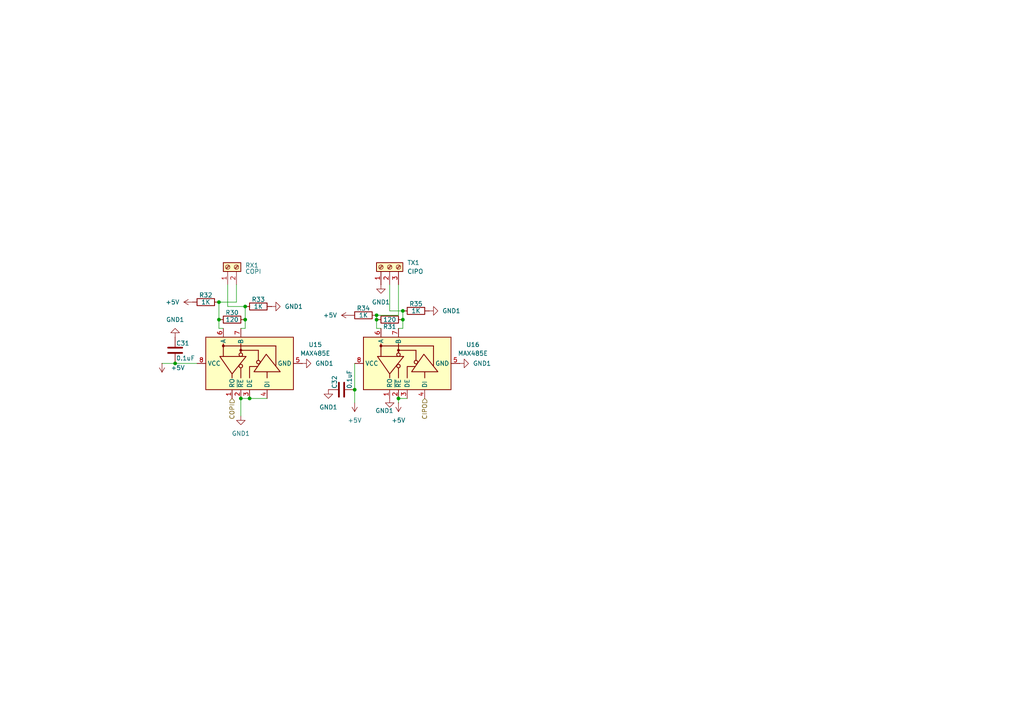
<source format=kicad_sch>
(kicad_sch (version 20250114) (generator "eeschema") (generator_version "9.0")
  (paper "A4")
  (lib_symbols
    (symbol "Connector:Screw_Terminal_01x02" (pin_names (offset 1.016) (hide yes))
      (property "Reference" "J" (at 0 2.54 0))
      (property "Value" "Screw_Terminal_01x02" (at 0 -5.08 0))
      (symbol "Screw_Terminal_01x02_1_1"
        (rectangle (start -1.27 1.27) (end 1.27 -3.81) (stroke (width 0.254)) (fill (type background)))
        (polyline (pts (xy -0.5334 0.3302) (xy 0.3302 -0.508)) (stroke (width 0.1524)))
        (polyline (pts (xy -0.5334 -2.2098) (xy 0.3302 -3.048)) (stroke (width 0.1524)))
        (polyline (pts (xy -0.3556 0.508) (xy 0.508 -0.3302)) (stroke (width 0.1524)))
        (polyline (pts (xy -0.3556 -2.032) (xy 0.508 -2.8702)) (stroke (width 0.1524)))
        (circle (center 0 0) (radius 0.635) (stroke (width 0.1524)))
        (circle (center 0 -2.54) (radius 0.635) (stroke (width 0.1524)))
        (pin passive line (at -5.08 0 0) (length 3.81) (name "Pin_1") (number "1"))
        (pin passive line (at -5.08 -2.54 0) (length 3.81) (name "Pin_2") (number "2"))
      )
    )
    (symbol "Connector:Screw_Terminal_01x03" (pin_names (offset 1.016) (hide yes))
      (property "Reference" "J" (at 0 5.08 0))
      (property "Value" "Screw_Terminal_01x03" (at 0 -5.08 0))
      (symbol "Screw_Terminal_01x03_1_1"
        (rectangle (start -1.27 3.81) (end 1.27 -3.81) (stroke (width 0.254)) (fill (type background)))
        (polyline (pts (xy -0.5334 2.8702) (xy 0.3302 2.032)) (stroke (width 0.1524)))
        (polyline (pts (xy -0.5334 0.3302) (xy 0.3302 -0.508)) (stroke (width 0.1524)))
        (polyline (pts (xy -0.5334 -2.2098) (xy 0.3302 -3.048)) (stroke (width 0.1524)))
        (polyline (pts (xy -0.3556 3.048) (xy 0.508 2.2098)) (stroke (width 0.1524)))
        (polyline (pts (xy -0.3556 0.508) (xy 0.508 -0.3302)) (stroke (width 0.1524)))
        (polyline (pts (xy -0.3556 -2.032) (xy 0.508 -2.8702)) (stroke (width 0.1524)))
        (circle (center 0 2.54) (radius 0.635) (stroke (width 0.1524)))
        (circle (center 0 0) (radius 0.635) (stroke (width 0.1524)))
        (circle (center 0 -2.54) (radius 0.635) (stroke (width 0.1524)))
        (pin passive line (at -5.08 2.54 0) (length 3.81) (name "Pin_1") (number "1"))
        (pin passive line (at -5.08 0 0) (length 3.81) (name "Pin_2") (number "2"))
        (pin passive line (at -5.08 -2.54 0) (length 3.81) (name "Pin_3") (number "3"))
      )
    )
    (symbol "Device:C" (pin_numbers (hide yes)) (pin_names (offset 0.254))
      (property "Reference" "C" (at 0.635 2.54 0))
      (property "Value" "C" (at 0.635 -2.54 0))
      (symbol "C_0_1"
        (polyline (pts (xy -2.032 0.762) (xy 2.032 0.762)) (stroke (width 0.508)))
        (polyline (pts (xy -2.032 -0.762) (xy 2.032 -0.762)) (stroke (width 0.508)))
      )
      (symbol "C_1_1"
        (pin passive line (at 0 3.81 270) (length 2.794) (name "~") (number "1"))
        (pin passive line (at 0 -3.81 90) (length 2.794) (name "~") (number "2"))
      )
    )
    (symbol "Device:R" (pin_numbers (hide yes)) (pin_names (offset 0))
      (property "Reference" "R" (at 2.032 0 90))
      (property "Value" "R" (at 0 0 90))
      (symbol "R_0_1"
        (rectangle (start -1.016 -2.54) (end 1.016 2.54) (stroke (width 0.254)))
      )
      (symbol "R_1_1"
        (pin passive line (at 0 3.81 270) (length 1.27) (name "~") (number "1"))
        (pin passive line (at 0 -3.81 90) (length 1.27) (name "~") (number "2"))
      )
    )
    (symbol "Interface_UART:MAX485E"
      (property "Reference" "U" (at -6.985 13.97 0))
      (property "Value" "MAX485E" (at 1.905 13.97 0))
      (symbol "MAX485E_0_1"
        (rectangle (start -7.62 12.7) (end 7.62 -12.7) (stroke (width 0.254)) (fill (type background)))
        (polyline (pts (xy -4.191 2.54) (xy -1.27 2.54)) (stroke (width 0.254)))
        (polyline (pts (xy -4.191 0) (xy -0.889 0) (xy -0.889 -2.286)) (stroke (width 0.254)))
        (polyline (pts (xy -3.175 5.08) (xy -4.191 5.08) (xy -4.064 5.08)) (stroke (width 0.254)))
        (polyline (pts (xy -2.54 -5.08) (xy -4.191 -5.08)) (stroke (width 0.254)))
        (polyline (pts (xy -2.413 -5.08) (xy -2.413 -1.27) (xy 2.667 -4.826) (xy -2.413 -8.89) (xy -2.413 -5.08)) (stroke (width 0.254)))
        (polyline (pts (xy -0.635 -7.62) (xy 5.08 -7.62)) (stroke (width 0.254)))
        (circle (center 0.381 -2.54) (radius 0.508) (stroke (width 0.254)))
        (polyline (pts (xy 0.889 -2.54) (xy 3.81 -2.54)) (stroke (width 0.254)))
        (polyline (pts (xy 2.032 7.62) (xy 5.715 7.62)) (stroke (width 0.254)))
        (polyline (pts (xy 3.048 2.54) (xy 5.715 2.54)) (stroke (width 0.254)))
        (circle (center 3.81 2.54) (radius 0.2794) (stroke (width 0.254)) (fill (type outline)))
        (polyline (pts (xy 3.81 -2.54) (xy 3.81 2.54)) (stroke (width 0.254)))
        (polyline (pts (xy 5.08 -7.62) (xy 5.08 7.62)) (stroke (width 0.254)))
      )
      (symbol "MAX485E_1_1"
        (circle (center -0.762 2.54) (radius 0.508) (stroke (width 0.254)))
        (polyline (pts (xy 2.032 4.826) (xy 2.032 8.636) (xy -3.048 5.08) (xy 2.032 1.016) (xy 2.032 4.826)) (stroke (width 0.254)))
        (circle (center 2.54 2.54) (radius 0.508) (stroke (width 0.254)))
        (circle (center 5.08 7.62) (radius 0.2794) (stroke (width 0.254)) (fill (type outline)))
        (pin output line (at -10.16 5.08 0) (length 2.54) (name "RO") (number "1"))
        (pin input line (at -10.16 2.54 0) (length 2.54) (name "~{RE}") (number "2"))
        (pin input line (at -10.16 0 0) (length 2.54) (name "DE") (number "3"))
        (pin input line (at -10.16 -5.08 0) (length 2.54) (name "DI") (number "4"))
        (pin power_in line (at 0 15.24 270) (length 2.54) (name "VCC") (number "8"))
        (pin power_in line (at 0 -15.24 90) (length 2.54) (name "GND") (number "5"))
        (pin bidirectional line (at 10.16 7.62 180) (length 2.54) (name "A") (number "6"))
        (pin bidirectional line (at 10.16 2.54 180) (length 2.54) (name "B") (number "7"))
      )
    )
    (symbol "power:+5V" (power) (pin_numbers (hide yes)) (pin_names (offset 0) (hide yes))
      (property "Value" "+5V" (at 0 3.556 0))
      (symbol "+5V_0_1"
        (polyline (pts (xy -0.762 1.27) (xy 0 2.54)))
        (polyline (pts (xy 0 2.54) (xy 0.762 1.27)))
        (polyline (pts (xy 0 0) (xy 0 2.54)))
      )
      (symbol "+5V_1_1"
        (pin power_in line (at 0 0 90) (length 0) (name "~") (number "1"))
      )
    )
    (symbol "power:GND1" (power) (pin_numbers (hide yes)) (pin_names (offset 0) (hide yes))
      (property "Value" "GND1" (at 0 -3.81 0))
      (symbol "GND1_0_1"
        (polyline (pts (xy 0 0) (xy 0 -1.27) (xy 1.27 -1.27) (xy 0 -2.54) (xy -1.27 -1.27) (xy 0 -1.27)))
      )
      (symbol "GND1_1_1"
        (pin power_in line (at 0 0 270) (length 0) (name "~") (number "1"))
      )
    )
  )
  (junction (at 116.84 92.71))
  (junction (at 102.87 113.03))
  (junction (at 109.22 91.44))
  (junction (at 109.22 92.71))
  (junction (at 50.8 105.41))
  (junction (at 71.12 92.71))
  (junction (at 63.5 92.71))
  (junction (at 71.12 88.9))
  (junction (at 72.39 115.57))
  (junction (at 69.85 115.57))
  (junction (at 116.84 90.17))
  (junction (at 63.5 87.63))
  (junction (at 115.57 115.57))
  (wire (pts (xy 69.85 115.57) (xy 72.39 115.57)))
  (wire (pts (xy 71.12 92.71) (xy 71.12 95.25)))
  (wire (pts (xy 63.5 87.63) (xy 68.58 87.63)))
  (wire (pts (xy 50.8 105.41) (xy 57.15 105.41)))
  (wire (pts (xy 109.22 91.44) (xy 115.57 91.44)))
  (wire (pts (xy 116.84 92.71) (xy 116.84 95.25)))
  (wire (pts (xy 115.57 115.57) (xy 118.11 115.57)))
  (wire (pts (xy 68.58 87.63) (xy 68.58 82.55)))
  (wire (pts (xy 71.12 88.9) (xy 66.04 88.9)))
  (wire (pts (xy 109.22 92.71) (xy 109.22 95.25)))
  (wire (pts (xy 71.12 92.71) (xy 71.12 88.9)))
  (wire (pts (xy 116.84 90.17) (xy 113.03 90.17)))
  (wire (pts (xy 110.49 95.25) (xy 109.22 95.25)))
  (wire (pts (xy 69.85 115.57) (xy 69.85 120.65)))
  (wire (pts (xy 115.57 116.84) (xy 115.57 115.57)))
  (wire (pts (xy 71.12 95.25) (xy 69.85 95.25)))
  (wire (pts (xy 63.5 92.71) (xy 63.5 95.25)))
  (wire (pts (xy 115.57 91.44) (xy 115.57 82.55)))
  (wire (pts (xy 109.22 92.71) (xy 109.22 91.44)))
  (wire (pts (xy 63.5 92.71) (xy 63.5 87.63)))
  (wire (pts (xy 63.5 95.25) (xy 64.77 95.25)))
  (wire (pts (xy 102.87 113.03) (xy 102.87 105.41)))
  (wire (pts (xy 116.84 92.71) (xy 116.84 90.17)))
  (wire (pts (xy 72.39 115.57) (xy 77.47 115.57)))
  (wire (pts (xy 116.84 95.25) (xy 115.57 95.25)))
  (wire (pts (xy 102.87 116.84) (xy 102.87 113.03)))
  (wire (pts (xy 46.99 105.41) (xy 50.8 105.41)))
  (wire (pts (xy 113.03 90.17) (xy 113.03 82.55)))
  (wire (pts (xy 66.04 88.9) (xy 66.04 82.55)))
  (hierarchical_label "CIPO" (shape input) (at 123.19 115.57 270))
  (hierarchical_label "COPI" (shape input) (at 67.31 115.57 270))
  (symbol (lib_id "Connector:Screw_Terminal_01x02") (at 66.04 77.47 90) (unit 1)
    (property "Reference" "RX1" (at 71.12 76.962 90) (effects (justify right)))
    (property "Value" "COPI" (at 71.12 78.7399 90) (effects (justify right)))
    (property "Footprint" "TerminalBlock:TerminalBlock_bornier-2_P5.08mm" (effects (hide yes)))
    (property "Description" "Generic screw terminal, single row, 01x02, script generated (kicad-library-utils/schlib/autogen/connector/)" (effects (hide yes)))
  )
  (symbol (lib_id "power:GND1") (at 78.74 88.9 90) (unit 1)
    (property "Reference" "#PWR028" (effects (hide yes)))
    (property "Value" "GND1" (at 82.55 88.8999 90) (effects (justify right)))
    (property "Description" "Power symbol creates a global label with name \"GND1\" , ground" (effects (hide yes)))
  )
  (symbol (lib_id "power:GND1") (at 50.8 97.79 180) (unit 1)
    (property "Reference" "#PWR027" (effects (hide yes)))
    (property "Value" "GND1" (at 50.8 92.71 0))
    (property "Description" "Power symbol creates a global label with name \"GND1\" , ground" (effects (hide yes)))
  )
  (symbol (lib_id "power:+5V") (at 55.88 87.63 90) (unit 1)
    (property "Reference" "#PWR0109" (effects (hide yes)))
    (property "Value" "+5V" (at 52.07 87.6299 90) (effects (justify left)))
    (property "Description" "Power symbol creates a global label with name \"+5V\"" (effects (hide yes)))
  )
  (symbol (lib_id "Connector:Screw_Terminal_01x03") (at 113.03 77.47 90) (unit 1)
    (property "Reference" "TX1" (at 118.11 76.1999 90) (effects (justify right)))
    (property "Value" "CIPO" (at 118.11 78.7399 90) (effects (justify right)))
    (property "Footprint" "TerminalBlock:TerminalBlock_bornier-3_P5.08mm" (effects (hide yes)))
    (property "Description" "Generic screw terminal, single row, 01x03, script generated (kicad-library-utils/schlib/autogen/connector/)" (effects (hide yes)))
  )
  (symbol (lib_id "power:+5V") (at 101.6 91.44 90) (unit 1)
    (property "Reference" "#PWR0110" (effects (hide yes)))
    (property "Value" "+5V" (at 97.79 91.4399 90) (effects (justify left)))
    (property "Description" "Power symbol creates a global label with name \"+5V\"" (effects (hide yes)))
  )
  (symbol (lib_id "Device:C") (at 99.06 113.03 90) (unit 1)
    (property "Reference" "C32" (at 97.028 112.776 0) (effects (justify left)))
    (property "Value" "0.1uF" (at 101.346 112.776 0) (effects (justify left)))
    (property "Footprint" "Capacitor_SMD:C_0603_1608Metric_Pad1.08x0.95mm_HandSolder" (effects (hide yes)))
    (property "Description" "Unpolarized capacitor" (effects (hide yes)))
  )
  (symbol (lib_id "Device:C") (at 50.8 101.6 0) (unit 1)
    (property "Reference" "C31" (at 51.054 99.568 0) (effects (justify left)))
    (property "Value" "0.1uF" (at 51.054 103.886 0) (effects (justify left)))
    (property "Footprint" "Capacitor_SMD:C_0603_1608Metric_Pad1.08x0.95mm_HandSolder" (effects (hide yes)))
    (property "Description" "Unpolarized capacitor" (effects (hide yes)))
  )
  (symbol (lib_id "Device:R") (at 59.69 87.63 90) (unit 1)
    (property "Reference" "R32" (at 59.69 85.598 90))
    (property "Value" "1K" (at 59.69 87.63 90))
    (property "Footprint" "Resistor_SMD:R_0603_1608Metric_Pad0.98x0.95mm_HandSolder" (effects (hide yes)))
    (property "Description" "Resistor" (effects (hide yes)))
  )
  (symbol (lib_id "Interface_UART:MAX485E") (at 118.11 105.41 90) (unit 1)
    (property "Reference" "U16" (at 137.16 99.9646 90))
    (property "Value" "MAX485E" (at 137.16 102.5046 90))
    (property "Footprint" "Package_SO:SOIC-8_3.9x4.9mm_P1.27mm" (effects (hide yes)))
    (property "Datasheet" "https://datasheets.maximintegrated.com/en/ds/MAX1487E-MAX491E.pdf" (effects (hide yes)))
    (property "Description" "Half duplex RS-485/RS-422, 2.5 Mbps, ±15kV electro-static discharge (ESD) protection, no slew-rate, no low-power shutdown, with receiver/driver enable, 32 receiver drive capability, DIP-8 and SOIC-8" (effects (hide yes)))
  )
  (symbol (lib_id "Interface_UART:MAX485E") (at 72.39 105.41 90) (unit 1)
    (property "Reference" "U15" (at 91.44 99.9646 90))
    (property "Value" "MAX485E" (at 91.44 102.5046 90))
    (property "Footprint" "Package_SO:SOIC-8_3.9x4.9mm_P1.27mm" (effects (hide yes)))
    (property "Datasheet" "https://datasheets.maximintegrated.com/en/ds/MAX1487E-MAX491E.pdf" (effects (hide yes)))
    (property "Description" "Half duplex RS-485/RS-422, 2.5 Mbps, ±15kV electro-static discharge (ESD) protection, no slew-rate, no low-power shutdown, with receiver/driver enable, 32 receiver drive capability, DIP-8 and SOIC-8" (effects (hide yes)))
  )
  (symbol (lib_id "Device:R") (at 67.31 92.71 90) (unit 1)
    (property "Reference" "R30" (at 67.31 90.678 90))
    (property "Value" "120" (at 67.31 92.71 90))
    (property "Footprint" "Resistor_SMD:R_0603_1608Metric_Pad0.98x0.95mm_HandSolder" (effects (hide yes)))
    (property "Description" "Resistor" (effects (hide yes)))
  )
  (symbol (lib_id "power:GND1") (at 110.49 82.55 0) (unit 1)
    (property "Reference" "#PWR0119" (effects (hide yes)))
    (property "Value" "GND1" (at 110.49 87.63 0))
    (property "Description" "Power symbol creates a global label with name \"GND1\" , ground" (effects (hide yes)))
  )
  (symbol (lib_id "power:GND1") (at 124.46 90.17 90) (unit 1)
    (property "Reference" "#PWR0112" (effects (hide yes)))
    (property "Value" "GND1" (at 128.27 90.1699 90) (effects (justify right)))
    (property "Description" "Power symbol creates a global label with name \"GND1\" , ground" (effects (hide yes)))
  )
  (symbol (lib_id "power:GND1") (at 69.85 120.65 0) (unit 1)
    (property "Reference" "#PWR0107" (effects (hide yes)))
    (property "Value" "GND1" (at 69.85 125.73 0))
    (property "Description" "Power symbol creates a global label with name \"GND1\" , ground" (effects (hide yes)))
  )
  (symbol (lib_id "Device:R") (at 113.03 92.71 90) (unit 1)
    (property "Reference" "R31" (at 113.03 94.742 90))
    (property "Value" "120" (at 113.03 92.71 90))
    (property "Footprint" "Resistor_SMD:R_0603_1608Metric_Pad0.98x0.95mm_HandSolder" (effects (hide yes)))
    (property "Description" "Resistor" (effects (hide yes)))
  )
  (symbol (lib_id "power:GND1") (at 87.63 105.41 90) (unit 1)
    (property "Reference" "#PWR029" (effects (hide yes)))
    (property "Value" "GND1" (at 91.44 105.4099 90) (effects (justify right)))
    (property "Description" "Power symbol creates a global label with name \"GND1\" , ground" (effects (hide yes)))
  )
  (symbol (lib_id "Device:R") (at 105.41 91.44 90) (unit 1)
    (property "Reference" "R34" (at 105.41 89.408 90))
    (property "Value" "1K" (at 105.41 91.44 90))
    (property "Footprint" "Resistor_SMD:R_0603_1608Metric_Pad0.98x0.95mm_HandSolder" (effects (hide yes)))
    (property "Description" "Resistor" (effects (hide yes)))
  )
  (symbol (lib_id "power:GND1") (at 95.25 113.03 0) (unit 1)
    (property "Reference" "#PWR0108" (effects (hide yes)))
    (property "Value" "GND1" (at 95.25 118.11 0))
    (property "Description" "Power symbol creates a global label with name \"GND1\" , ground" (effects (hide yes)))
  )
  (symbol (lib_id "power:+5V") (at 102.87 116.84 180) (unit 1)
    (property "Reference" "#PWR026" (effects (hide yes)))
    (property "Value" "+5V" (at 102.87 121.92 0))
    (property "Description" "Power symbol creates a global label with name \"+5V\"" (effects (hide yes)))
  )
  (symbol (lib_id "power:+5V") (at 115.57 116.84 180) (unit 1)
    (property "Reference" "#PWR0113" (effects (hide yes)))
    (property "Value" "+5V" (at 115.57 121.92 0))
    (property "Description" "Power symbol creates a global label with name \"+5V\"" (effects (hide yes)))
  )
  (symbol (lib_id "power:+5V") (at 46.99 105.41 180) (unit 1)
    (property "Reference" "#PWR025" (effects (hide yes)))
    (property "Value" "+5V" (at 49.53 106.6799 0) (effects (justify right)))
    (property "Description" "Power symbol creates a global label with name \"+5V\"" (effects (hide yes)))
  )
  (symbol (lib_id "power:GND1") (at 133.35 105.41 90) (unit 1)
    (property "Reference" "#PWR0111" (effects (hide yes)))
    (property "Value" "GND1" (at 137.16 105.4099 90) (effects (justify right)))
    (property "Description" "Power symbol creates a global label with name \"GND1\" , ground" (effects (hide yes)))
  )
  (symbol (lib_id "Device:R") (at 74.93 88.9 90) (unit 1)
    (property "Reference" "R33" (at 74.93 86.868 90))
    (property "Value" "1K" (at 74.93 88.9 90))
    (property "Footprint" "Resistor_SMD:R_0603_1608Metric_Pad0.98x0.95mm_HandSolder" (effects (hide yes)))
    (property "Description" "Resistor" (effects (hide yes)))
  )
  (symbol (lib_id "Device:R") (at 120.65 90.17 90) (unit 1)
    (property "Reference" "R35" (at 120.65 88.138 90))
    (property "Value" "1K" (at 120.65 90.17 90))
    (property "Footprint" "Resistor_SMD:R_0603_1608Metric_Pad0.98x0.95mm_HandSolder" (effects (hide yes)))
    (property "Description" "Resistor" (effects (hide yes)))
  )
  (symbol (lib_id "power:GND1") (at 113.03 115.57 0) (unit 1)
    (property "Reference" "#PWR0118" (effects (hide yes)))
    (property "Value" "GND1" (at 111.506 119.126 0))
    (property "Description" "Power symbol creates a global label with name \"GND1\" , ground" (effects (hide yes)))
  )
)
</source>
